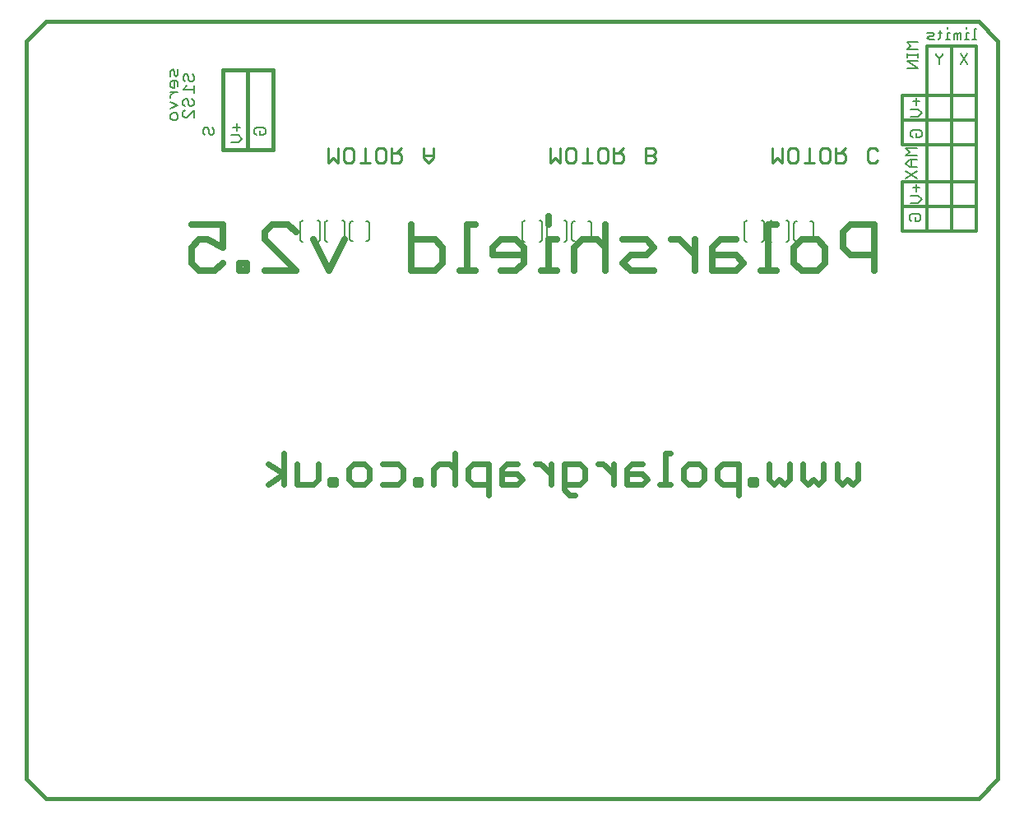
<source format=gbo>
G75*
%MOIN*%
%OFA0B0*%
%FSLAX25Y25*%
%IPPOS*%
%LPD*%
%AMOC8*
5,1,8,0,0,1.08239X$1,22.5*
%
%ADD10C,0.01600*%
%ADD11C,0.02600*%
%ADD12C,0.02300*%
%ADD13C,0.00600*%
%ADD14C,0.01000*%
%ADD15C,0.01200*%
%ADD16C,0.00800*%
D10*
X0016500Y0009674D02*
X0024374Y0001800D01*
X0402327Y0001800D01*
X0410201Y0009674D01*
X0410201Y0308887D01*
X0402327Y0316761D01*
X0024374Y0316761D01*
X0016500Y0308887D01*
X0016500Y0308800D02*
X0016500Y0009800D01*
X0096264Y0264717D02*
X0096264Y0297245D01*
X0106106Y0297245D01*
X0116555Y0297245D01*
X0116555Y0264717D01*
X0106106Y0264717D01*
X0096264Y0264717D01*
X0106106Y0264717D02*
X0106106Y0297245D01*
D11*
X0096052Y0234563D02*
X0083441Y0234563D01*
X0086594Y0228258D02*
X0083441Y0225105D01*
X0083441Y0218800D01*
X0086594Y0215647D01*
X0092899Y0215647D01*
X0096052Y0218800D01*
X0096052Y0225105D02*
X0089747Y0228258D01*
X0086594Y0228258D01*
X0096052Y0225105D02*
X0096052Y0234563D01*
X0102798Y0218800D02*
X0102798Y0215647D01*
X0105951Y0215647D01*
X0105951Y0218800D01*
X0102798Y0218800D01*
X0113137Y0215647D02*
X0125748Y0215647D01*
X0113137Y0228258D01*
X0113137Y0231411D01*
X0116289Y0234563D01*
X0122595Y0234563D01*
X0125748Y0231411D01*
X0132934Y0228258D02*
X0139239Y0215647D01*
X0145544Y0228258D01*
X0172528Y0228258D02*
X0181986Y0228258D01*
X0185138Y0225105D01*
X0185138Y0218800D01*
X0181986Y0215647D01*
X0172528Y0215647D01*
X0172528Y0234563D01*
X0195184Y0234563D02*
X0195184Y0215647D01*
X0198336Y0215647D02*
X0192031Y0215647D01*
X0205522Y0221953D02*
X0218133Y0221953D01*
X0218133Y0225105D02*
X0218133Y0218800D01*
X0214980Y0215647D01*
X0208675Y0215647D01*
X0205522Y0221953D02*
X0205522Y0225105D01*
X0208675Y0228258D01*
X0214980Y0228258D01*
X0218133Y0225105D01*
X0228178Y0228258D02*
X0228178Y0215647D01*
X0225026Y0215647D02*
X0231331Y0215647D01*
X0238517Y0215647D02*
X0238517Y0225105D01*
X0241670Y0228258D01*
X0247975Y0228258D01*
X0251128Y0225105D01*
X0258314Y0228258D02*
X0267772Y0228258D01*
X0270925Y0225105D01*
X0267772Y0221953D01*
X0261467Y0221953D01*
X0258314Y0218800D01*
X0261467Y0215647D01*
X0270925Y0215647D01*
X0277964Y0228258D02*
X0281117Y0228258D01*
X0287422Y0221953D01*
X0287422Y0228258D02*
X0287422Y0215647D01*
X0294608Y0215647D02*
X0304067Y0215647D01*
X0307219Y0218800D01*
X0304067Y0221953D01*
X0294608Y0221953D01*
X0294608Y0225105D02*
X0294608Y0215647D01*
X0294608Y0225105D02*
X0297761Y0228258D01*
X0304067Y0228258D01*
X0317265Y0234563D02*
X0317265Y0215647D01*
X0320417Y0215647D02*
X0314112Y0215647D01*
X0327603Y0218800D02*
X0327603Y0225105D01*
X0330756Y0228258D01*
X0337061Y0228258D01*
X0340214Y0225105D01*
X0340214Y0218800D01*
X0337061Y0215647D01*
X0330756Y0215647D01*
X0327603Y0218800D01*
X0320417Y0234563D02*
X0317265Y0234563D01*
X0347400Y0231411D02*
X0347400Y0225105D01*
X0350553Y0221953D01*
X0360011Y0221953D01*
X0360011Y0215647D02*
X0360011Y0234563D01*
X0350553Y0234563D01*
X0347400Y0231411D01*
X0251128Y0234563D02*
X0251128Y0215647D01*
X0231331Y0228258D02*
X0228178Y0228258D01*
X0228178Y0234563D02*
X0228178Y0237716D01*
X0198336Y0234563D02*
X0195184Y0234563D01*
D12*
X0190021Y0141803D02*
X0190021Y0129092D01*
X0195359Y0131210D02*
X0197477Y0129092D01*
X0203832Y0129092D01*
X0203832Y0124855D02*
X0203832Y0137566D01*
X0197477Y0137566D01*
X0195359Y0135447D01*
X0195359Y0131210D01*
X0190021Y0135447D02*
X0187902Y0137566D01*
X0183665Y0137566D01*
X0181547Y0135447D01*
X0181547Y0129092D01*
X0176209Y0129092D02*
X0176209Y0131210D01*
X0174090Y0131210D01*
X0174090Y0129092D01*
X0176209Y0129092D01*
X0169303Y0131210D02*
X0169303Y0135447D01*
X0167184Y0137566D01*
X0160829Y0137566D01*
X0155491Y0135447D02*
X0155491Y0131210D01*
X0153373Y0129092D01*
X0149136Y0129092D01*
X0147017Y0131210D01*
X0147017Y0135447D01*
X0149136Y0137566D01*
X0153373Y0137566D01*
X0155491Y0135447D01*
X0160829Y0129092D02*
X0167184Y0129092D01*
X0169303Y0131210D01*
X0141679Y0131210D02*
X0141679Y0129092D01*
X0139561Y0129092D01*
X0139561Y0131210D01*
X0141679Y0131210D01*
X0134773Y0131210D02*
X0132655Y0129092D01*
X0126300Y0129092D01*
X0126300Y0137566D01*
X0120962Y0141803D02*
X0120962Y0129092D01*
X0120962Y0133329D02*
X0114606Y0137566D01*
X0120962Y0133329D02*
X0114606Y0129092D01*
X0134773Y0131210D02*
X0134773Y0137566D01*
X0209170Y0135447D02*
X0209170Y0129092D01*
X0215526Y0129092D01*
X0217644Y0131210D01*
X0215526Y0133329D01*
X0209170Y0133329D01*
X0209170Y0135447D02*
X0211289Y0137566D01*
X0215526Y0137566D01*
X0222799Y0137566D02*
X0224917Y0137566D01*
X0229154Y0133329D01*
X0229154Y0129092D02*
X0229154Y0137566D01*
X0234492Y0137566D02*
X0240847Y0137566D01*
X0242966Y0135447D01*
X0242966Y0131210D01*
X0240847Y0129092D01*
X0234492Y0129092D01*
X0234492Y0126973D02*
X0234492Y0137566D01*
X0248120Y0137566D02*
X0250239Y0137566D01*
X0254476Y0133329D01*
X0254476Y0129092D02*
X0254476Y0137566D01*
X0259814Y0135447D02*
X0259814Y0129092D01*
X0266169Y0129092D01*
X0268287Y0131210D01*
X0266169Y0133329D01*
X0259814Y0133329D01*
X0259814Y0135447D02*
X0261932Y0137566D01*
X0266169Y0137566D01*
X0275377Y0141803D02*
X0275377Y0129092D01*
X0277495Y0129092D02*
X0273258Y0129092D01*
X0282833Y0131210D02*
X0282833Y0135447D01*
X0284952Y0137566D01*
X0289189Y0137566D01*
X0291307Y0135447D01*
X0291307Y0131210D01*
X0289189Y0129092D01*
X0284952Y0129092D01*
X0282833Y0131210D01*
X0277495Y0141803D02*
X0275377Y0141803D01*
X0296645Y0135447D02*
X0296645Y0131210D01*
X0298764Y0129092D01*
X0305119Y0129092D01*
X0305119Y0124855D02*
X0305119Y0137566D01*
X0298764Y0137566D01*
X0296645Y0135447D01*
X0309906Y0131210D02*
X0309906Y0129092D01*
X0312025Y0129092D01*
X0312025Y0131210D01*
X0309906Y0131210D01*
X0317363Y0131210D02*
X0317363Y0137566D01*
X0317363Y0131210D02*
X0319481Y0129092D01*
X0321600Y0131210D01*
X0323718Y0129092D01*
X0325837Y0131210D01*
X0325837Y0137566D01*
X0331175Y0137566D02*
X0331175Y0131210D01*
X0333293Y0129092D01*
X0335411Y0131210D01*
X0337530Y0129092D01*
X0339648Y0131210D01*
X0339648Y0137566D01*
X0344986Y0137566D02*
X0344986Y0131210D01*
X0347105Y0129092D01*
X0349223Y0131210D01*
X0351342Y0129092D01*
X0353460Y0131210D01*
X0353460Y0137566D01*
X0238729Y0124855D02*
X0236610Y0124855D01*
X0234492Y0126973D01*
D13*
X0374450Y0236574D02*
X0374450Y0238042D01*
X0375184Y0238776D01*
X0378120Y0238776D01*
X0378854Y0238042D01*
X0378854Y0236574D01*
X0378120Y0235840D01*
X0376652Y0235840D01*
X0376652Y0237308D01*
X0375184Y0235840D02*
X0374450Y0236574D01*
X0374950Y0243236D02*
X0377886Y0243236D01*
X0379354Y0244704D01*
X0377886Y0246172D01*
X0374950Y0246172D01*
X0377152Y0247840D02*
X0377152Y0250776D01*
X0375684Y0249308D02*
X0378620Y0249308D01*
X0377354Y0253132D02*
X0372950Y0256068D01*
X0374418Y0257736D02*
X0377354Y0257736D01*
X0377354Y0256068D02*
X0372950Y0253132D01*
X0374418Y0257736D02*
X0372950Y0259204D01*
X0374418Y0260672D01*
X0377354Y0260672D01*
X0377354Y0262340D02*
X0372950Y0262340D01*
X0374418Y0263808D01*
X0372950Y0265276D01*
X0377354Y0265276D01*
X0377152Y0269840D02*
X0377152Y0271308D01*
X0377152Y0269840D02*
X0378620Y0269840D01*
X0379354Y0270574D01*
X0379354Y0272042D01*
X0378620Y0272776D01*
X0375684Y0272776D01*
X0374950Y0272042D01*
X0374950Y0270574D01*
X0375684Y0269840D01*
X0374950Y0278236D02*
X0377886Y0278236D01*
X0379354Y0279704D01*
X0377886Y0281172D01*
X0374950Y0281172D01*
X0377152Y0282840D02*
X0377152Y0285776D01*
X0375684Y0284308D02*
X0378620Y0284308D01*
X0377854Y0297667D02*
X0373450Y0297667D01*
X0373450Y0300602D02*
X0377854Y0297667D01*
X0377854Y0300602D02*
X0373450Y0300602D01*
X0373450Y0302204D02*
X0373450Y0303672D01*
X0373450Y0302938D02*
X0377854Y0302938D01*
X0377854Y0303672D02*
X0377854Y0302204D01*
X0377854Y0305340D02*
X0373450Y0305340D01*
X0374918Y0306808D01*
X0373450Y0308276D01*
X0377854Y0308276D01*
X0381608Y0309988D02*
X0382341Y0310721D01*
X0383809Y0310721D01*
X0384543Y0311455D01*
X0383809Y0312189D01*
X0381608Y0312189D01*
X0381608Y0309988D02*
X0382341Y0309254D01*
X0384543Y0309254D01*
X0386145Y0309254D02*
X0386879Y0309988D01*
X0386879Y0312923D01*
X0387613Y0312189D02*
X0386145Y0312189D01*
X0389948Y0312189D02*
X0389948Y0309254D01*
X0390682Y0309254D02*
X0389214Y0309254D01*
X0389948Y0312189D02*
X0390682Y0312189D01*
X0389948Y0313657D02*
X0389948Y0314391D01*
X0392350Y0311455D02*
X0392350Y0309254D01*
X0393818Y0309254D02*
X0393818Y0311455D01*
X0393084Y0312189D01*
X0392350Y0311455D01*
X0393818Y0311455D02*
X0394552Y0312189D01*
X0395286Y0312189D01*
X0395286Y0309254D01*
X0396887Y0309254D02*
X0398355Y0309254D01*
X0397621Y0309254D02*
X0397621Y0312189D01*
X0398355Y0312189D01*
X0397621Y0313657D02*
X0397621Y0314391D01*
X0400690Y0313657D02*
X0400690Y0309254D01*
X0401424Y0309254D02*
X0399956Y0309254D01*
X0400690Y0313657D02*
X0401424Y0313657D01*
X0397976Y0303850D02*
X0395040Y0299446D01*
X0397976Y0299446D02*
X0395040Y0303850D01*
X0387976Y0303850D02*
X0387976Y0303116D01*
X0386508Y0301648D01*
X0386508Y0299446D01*
X0386508Y0301648D02*
X0385040Y0303116D01*
X0385040Y0303850D01*
X0375152Y0260672D02*
X0375152Y0257736D01*
X0113354Y0271574D02*
X0112620Y0270840D01*
X0111152Y0270840D01*
X0111152Y0272308D01*
X0112620Y0273776D02*
X0113354Y0273042D01*
X0113354Y0271574D01*
X0112620Y0273776D02*
X0109684Y0273776D01*
X0108950Y0273042D01*
X0108950Y0271574D01*
X0109684Y0270840D01*
X0103854Y0269204D02*
X0102386Y0267736D01*
X0099450Y0267736D01*
X0099450Y0270672D02*
X0102386Y0270672D01*
X0103854Y0269204D01*
X0101652Y0272340D02*
X0101652Y0275276D01*
X0100184Y0273808D02*
X0103120Y0273808D01*
X0092590Y0272908D02*
X0092590Y0271440D01*
X0091856Y0270706D01*
X0091122Y0270706D01*
X0090388Y0271440D01*
X0090388Y0272908D01*
X0089654Y0273642D01*
X0088920Y0273642D01*
X0088186Y0272908D01*
X0088186Y0271440D01*
X0088920Y0270706D01*
X0091856Y0273642D02*
X0092590Y0272908D01*
X0084354Y0277736D02*
X0084354Y0280672D01*
X0081418Y0277736D01*
X0080684Y0277736D01*
X0079950Y0278470D01*
X0079950Y0279938D01*
X0080684Y0280672D01*
X0080684Y0282340D02*
X0079950Y0283074D01*
X0079950Y0284542D01*
X0080684Y0285276D01*
X0081418Y0285276D01*
X0082152Y0284542D01*
X0082152Y0283074D01*
X0082886Y0282340D01*
X0083620Y0282340D01*
X0084354Y0283074D01*
X0084354Y0284542D01*
X0083620Y0285276D01*
X0084405Y0287736D02*
X0084405Y0290672D01*
X0084405Y0289204D02*
X0080001Y0289204D01*
X0081469Y0290672D01*
X0080735Y0292340D02*
X0080001Y0293074D01*
X0080001Y0294542D01*
X0080735Y0295276D01*
X0081469Y0295276D01*
X0082203Y0294542D01*
X0082203Y0293074D01*
X0082937Y0292340D01*
X0083671Y0292340D01*
X0084405Y0293074D01*
X0084405Y0294542D01*
X0083671Y0295276D01*
X0077854Y0295074D02*
X0077120Y0294340D01*
X0076386Y0295074D01*
X0076386Y0296542D01*
X0075652Y0297276D01*
X0074918Y0296542D01*
X0074918Y0294340D01*
X0075652Y0292672D02*
X0074918Y0291938D01*
X0074918Y0290470D01*
X0075652Y0289736D01*
X0076386Y0289736D01*
X0076386Y0292672D01*
X0077120Y0292672D02*
X0075652Y0292672D01*
X0077120Y0292672D02*
X0077854Y0291938D01*
X0077854Y0290470D01*
X0077854Y0288068D02*
X0074918Y0288068D01*
X0076386Y0288068D02*
X0074918Y0286600D01*
X0074918Y0285866D01*
X0074918Y0284231D02*
X0077854Y0282763D01*
X0074918Y0281295D01*
X0075652Y0279627D02*
X0074918Y0278893D01*
X0074918Y0277425D01*
X0075652Y0276691D01*
X0077120Y0276691D01*
X0077854Y0277425D01*
X0077854Y0278893D01*
X0077120Y0279627D01*
X0075652Y0279627D01*
X0077854Y0295074D02*
X0077854Y0297276D01*
D14*
X0138795Y0265528D02*
X0138795Y0259523D01*
X0140797Y0261525D01*
X0142799Y0259523D01*
X0142799Y0265528D01*
X0145241Y0264527D02*
X0146242Y0265528D01*
X0148243Y0265528D01*
X0149244Y0264527D01*
X0149244Y0260524D01*
X0148243Y0259523D01*
X0146242Y0259523D01*
X0145241Y0260524D01*
X0145241Y0264527D01*
X0151686Y0259523D02*
X0155690Y0259523D01*
X0153688Y0259523D02*
X0153688Y0265528D01*
X0158132Y0264527D02*
X0159133Y0265528D01*
X0161134Y0265528D01*
X0162135Y0264527D01*
X0162135Y0260524D01*
X0161134Y0259523D01*
X0159133Y0259523D01*
X0158132Y0260524D01*
X0158132Y0264527D01*
X0164577Y0263527D02*
X0167580Y0263527D01*
X0168581Y0262526D01*
X0168581Y0260524D01*
X0167580Y0259523D01*
X0164577Y0259523D01*
X0164577Y0265528D01*
X0166579Y0263527D02*
X0168581Y0265528D01*
X0177468Y0265528D02*
X0177468Y0261525D01*
X0179470Y0259523D01*
X0181472Y0261525D01*
X0181472Y0265528D01*
X0181472Y0262526D02*
X0177468Y0262526D01*
X0228795Y0265528D02*
X0228795Y0259523D01*
X0230797Y0261525D01*
X0232799Y0259523D01*
X0232799Y0265528D01*
X0235241Y0264527D02*
X0236242Y0265528D01*
X0238243Y0265528D01*
X0239244Y0264527D01*
X0239244Y0260524D01*
X0238243Y0259523D01*
X0236242Y0259523D01*
X0235241Y0260524D01*
X0235241Y0264527D01*
X0241686Y0259523D02*
X0245690Y0259523D01*
X0243688Y0259523D02*
X0243688Y0265528D01*
X0248132Y0264527D02*
X0249133Y0265528D01*
X0251134Y0265528D01*
X0252135Y0264527D01*
X0252135Y0260524D01*
X0251134Y0259523D01*
X0249133Y0259523D01*
X0248132Y0260524D01*
X0248132Y0264527D01*
X0254577Y0263527D02*
X0257580Y0263527D01*
X0258581Y0262526D01*
X0258581Y0260524D01*
X0257580Y0259523D01*
X0254577Y0259523D01*
X0254577Y0265528D01*
X0256579Y0263527D02*
X0258581Y0265528D01*
X0267468Y0265528D02*
X0267468Y0259523D01*
X0270471Y0259523D01*
X0271472Y0260524D01*
X0271472Y0261525D01*
X0270471Y0262526D01*
X0267468Y0262526D01*
X0267468Y0265528D02*
X0270471Y0265528D01*
X0271472Y0264527D01*
X0271472Y0263527D01*
X0270471Y0262526D01*
X0318795Y0265528D02*
X0318795Y0259523D01*
X0320797Y0261525D01*
X0322799Y0259523D01*
X0322799Y0265528D01*
X0325241Y0264527D02*
X0326242Y0265528D01*
X0328243Y0265528D01*
X0329244Y0264527D01*
X0329244Y0260524D01*
X0328243Y0259523D01*
X0326242Y0259523D01*
X0325241Y0260524D01*
X0325241Y0264527D01*
X0331686Y0259523D02*
X0335690Y0259523D01*
X0333688Y0259523D02*
X0333688Y0265528D01*
X0338132Y0264527D02*
X0339133Y0265528D01*
X0341134Y0265528D01*
X0342135Y0264527D01*
X0342135Y0260524D01*
X0341134Y0259523D01*
X0339133Y0259523D01*
X0338132Y0260524D01*
X0338132Y0264527D01*
X0344577Y0263527D02*
X0347580Y0263527D01*
X0348581Y0262526D01*
X0348581Y0260524D01*
X0347580Y0259523D01*
X0344577Y0259523D01*
X0344577Y0265528D01*
X0346579Y0263527D02*
X0348581Y0265528D01*
X0357468Y0264527D02*
X0357468Y0260524D01*
X0358469Y0259523D01*
X0360471Y0259523D01*
X0361472Y0260524D01*
X0361472Y0264527D02*
X0360471Y0265528D01*
X0358469Y0265528D01*
X0357468Y0264527D01*
D15*
X0371500Y0266800D02*
X0371500Y0276800D01*
X0371500Y0286800D01*
X0401500Y0286800D01*
X0401500Y0276800D01*
X0401500Y0266800D01*
X0371500Y0266800D01*
X0371500Y0276800D02*
X0401500Y0276800D01*
X0401500Y0251800D02*
X0371500Y0251800D01*
X0371500Y0241800D01*
X0371500Y0231800D01*
X0381500Y0231800D01*
X0381500Y0306800D01*
X0391500Y0306800D01*
X0401500Y0306800D01*
X0401500Y0251800D01*
X0401500Y0241800D01*
X0371500Y0241800D01*
X0381500Y0231800D02*
X0391500Y0231800D01*
X0401500Y0231800D01*
X0401500Y0241800D01*
X0391500Y0231800D02*
X0391500Y0306800D01*
D16*
X0335437Y0234950D02*
X0335437Y0228650D01*
X0335438Y0228650D02*
X0335424Y0228591D01*
X0335407Y0228533D01*
X0335386Y0228476D01*
X0335362Y0228420D01*
X0335334Y0228366D01*
X0335304Y0228314D01*
X0335270Y0228263D01*
X0335233Y0228215D01*
X0335194Y0228169D01*
X0335151Y0228126D01*
X0335107Y0228085D01*
X0335059Y0228047D01*
X0335010Y0228012D01*
X0334958Y0227980D01*
X0334905Y0227951D01*
X0334850Y0227925D01*
X0334794Y0227903D01*
X0334736Y0227884D01*
X0334677Y0227868D01*
X0334618Y0227857D01*
X0334558Y0227848D01*
X0334497Y0227844D01*
X0334437Y0227843D01*
X0334376Y0227846D01*
X0334316Y0227852D01*
X0334256Y0227862D01*
X0328744Y0227862D02*
X0328682Y0227852D01*
X0328619Y0227846D01*
X0328556Y0227843D01*
X0328493Y0227844D01*
X0328430Y0227850D01*
X0328368Y0227859D01*
X0328306Y0227872D01*
X0328245Y0227889D01*
X0328186Y0227910D01*
X0328128Y0227935D01*
X0328071Y0227963D01*
X0328017Y0227995D01*
X0327964Y0228030D01*
X0327914Y0228068D01*
X0327866Y0228109D01*
X0327821Y0228153D01*
X0327779Y0228200D01*
X0327740Y0228250D01*
X0327704Y0228302D01*
X0327672Y0228356D01*
X0327642Y0228411D01*
X0327617Y0228469D01*
X0327595Y0228528D01*
X0327577Y0228589D01*
X0327562Y0228650D01*
X0327563Y0228650D02*
X0327563Y0234950D01*
X0327562Y0234950D02*
X0327577Y0235011D01*
X0327595Y0235072D01*
X0327617Y0235131D01*
X0327642Y0235189D01*
X0327672Y0235244D01*
X0327704Y0235298D01*
X0327740Y0235350D01*
X0327779Y0235400D01*
X0327821Y0235447D01*
X0327866Y0235491D01*
X0327914Y0235532D01*
X0327964Y0235570D01*
X0328017Y0235605D01*
X0328071Y0235637D01*
X0328128Y0235665D01*
X0328186Y0235690D01*
X0328245Y0235711D01*
X0328306Y0235728D01*
X0328368Y0235741D01*
X0328430Y0235750D01*
X0328493Y0235756D01*
X0328556Y0235757D01*
X0328619Y0235754D01*
X0328682Y0235748D01*
X0328744Y0235738D01*
X0325500Y0235050D02*
X0325500Y0228550D01*
X0325498Y0228490D01*
X0325493Y0228429D01*
X0325484Y0228370D01*
X0325471Y0228311D01*
X0325455Y0228252D01*
X0325435Y0228195D01*
X0325412Y0228140D01*
X0325385Y0228085D01*
X0325356Y0228033D01*
X0325323Y0227982D01*
X0325287Y0227933D01*
X0325249Y0227887D01*
X0325207Y0227843D01*
X0325163Y0227801D01*
X0325117Y0227763D01*
X0325068Y0227727D01*
X0325017Y0227694D01*
X0324965Y0227665D01*
X0324910Y0227638D01*
X0324855Y0227615D01*
X0324798Y0227595D01*
X0324739Y0227579D01*
X0324680Y0227566D01*
X0324621Y0227557D01*
X0324560Y0227552D01*
X0324500Y0227550D01*
X0318500Y0227550D02*
X0318440Y0227552D01*
X0318379Y0227557D01*
X0318320Y0227566D01*
X0318261Y0227579D01*
X0318202Y0227595D01*
X0318145Y0227615D01*
X0318090Y0227638D01*
X0318035Y0227665D01*
X0317983Y0227694D01*
X0317932Y0227727D01*
X0317883Y0227763D01*
X0317837Y0227801D01*
X0317793Y0227843D01*
X0317751Y0227887D01*
X0317713Y0227933D01*
X0317677Y0227982D01*
X0317644Y0228033D01*
X0317615Y0228085D01*
X0317588Y0228140D01*
X0317565Y0228195D01*
X0317545Y0228252D01*
X0317529Y0228311D01*
X0317516Y0228370D01*
X0317507Y0228429D01*
X0317502Y0228490D01*
X0317500Y0228550D01*
X0317500Y0235050D01*
X0317502Y0235110D01*
X0317507Y0235171D01*
X0317516Y0235230D01*
X0317529Y0235289D01*
X0317545Y0235348D01*
X0317565Y0235405D01*
X0317588Y0235460D01*
X0317615Y0235515D01*
X0317644Y0235567D01*
X0317677Y0235618D01*
X0317713Y0235667D01*
X0317751Y0235713D01*
X0317793Y0235757D01*
X0317837Y0235799D01*
X0317883Y0235837D01*
X0317932Y0235873D01*
X0317983Y0235906D01*
X0318035Y0235935D01*
X0318090Y0235962D01*
X0318145Y0235985D01*
X0318202Y0236005D01*
X0318261Y0236021D01*
X0318320Y0236034D01*
X0318379Y0236043D01*
X0318440Y0236048D01*
X0318500Y0236050D01*
X0315500Y0235050D02*
X0315500Y0228550D01*
X0315498Y0228490D01*
X0315493Y0228429D01*
X0315484Y0228370D01*
X0315471Y0228311D01*
X0315455Y0228252D01*
X0315435Y0228195D01*
X0315412Y0228140D01*
X0315385Y0228085D01*
X0315356Y0228033D01*
X0315323Y0227982D01*
X0315287Y0227933D01*
X0315249Y0227887D01*
X0315207Y0227843D01*
X0315163Y0227801D01*
X0315117Y0227763D01*
X0315068Y0227727D01*
X0315017Y0227694D01*
X0314965Y0227665D01*
X0314910Y0227638D01*
X0314855Y0227615D01*
X0314798Y0227595D01*
X0314739Y0227579D01*
X0314680Y0227566D01*
X0314621Y0227557D01*
X0314560Y0227552D01*
X0314500Y0227550D01*
X0308500Y0227550D02*
X0308440Y0227552D01*
X0308379Y0227557D01*
X0308320Y0227566D01*
X0308261Y0227579D01*
X0308202Y0227595D01*
X0308145Y0227615D01*
X0308090Y0227638D01*
X0308035Y0227665D01*
X0307983Y0227694D01*
X0307932Y0227727D01*
X0307883Y0227763D01*
X0307837Y0227801D01*
X0307793Y0227843D01*
X0307751Y0227887D01*
X0307713Y0227933D01*
X0307677Y0227982D01*
X0307644Y0228033D01*
X0307615Y0228085D01*
X0307588Y0228140D01*
X0307565Y0228195D01*
X0307545Y0228252D01*
X0307529Y0228311D01*
X0307516Y0228370D01*
X0307507Y0228429D01*
X0307502Y0228490D01*
X0307500Y0228550D01*
X0307500Y0235050D01*
X0307502Y0235110D01*
X0307507Y0235171D01*
X0307516Y0235230D01*
X0307529Y0235289D01*
X0307545Y0235348D01*
X0307565Y0235405D01*
X0307588Y0235460D01*
X0307615Y0235515D01*
X0307644Y0235567D01*
X0307677Y0235618D01*
X0307713Y0235667D01*
X0307751Y0235713D01*
X0307793Y0235757D01*
X0307837Y0235799D01*
X0307883Y0235837D01*
X0307932Y0235873D01*
X0307983Y0235906D01*
X0308035Y0235935D01*
X0308090Y0235962D01*
X0308145Y0235985D01*
X0308202Y0236005D01*
X0308261Y0236021D01*
X0308320Y0236034D01*
X0308379Y0236043D01*
X0308440Y0236048D01*
X0308500Y0236050D01*
X0314500Y0236050D02*
X0314560Y0236048D01*
X0314621Y0236043D01*
X0314680Y0236034D01*
X0314739Y0236021D01*
X0314798Y0236005D01*
X0314855Y0235985D01*
X0314910Y0235962D01*
X0314965Y0235935D01*
X0315017Y0235906D01*
X0315068Y0235873D01*
X0315117Y0235837D01*
X0315163Y0235799D01*
X0315207Y0235757D01*
X0315249Y0235713D01*
X0315287Y0235667D01*
X0315323Y0235618D01*
X0315356Y0235567D01*
X0315385Y0235515D01*
X0315412Y0235460D01*
X0315435Y0235405D01*
X0315455Y0235348D01*
X0315471Y0235289D01*
X0315484Y0235230D01*
X0315493Y0235171D01*
X0315498Y0235110D01*
X0315500Y0235050D01*
X0324500Y0236050D02*
X0324560Y0236048D01*
X0324621Y0236043D01*
X0324680Y0236034D01*
X0324739Y0236021D01*
X0324798Y0236005D01*
X0324855Y0235985D01*
X0324910Y0235962D01*
X0324965Y0235935D01*
X0325017Y0235906D01*
X0325068Y0235873D01*
X0325117Y0235837D01*
X0325163Y0235799D01*
X0325207Y0235757D01*
X0325249Y0235713D01*
X0325287Y0235667D01*
X0325323Y0235618D01*
X0325356Y0235567D01*
X0325385Y0235515D01*
X0325412Y0235460D01*
X0325435Y0235405D01*
X0325455Y0235348D01*
X0325471Y0235289D01*
X0325484Y0235230D01*
X0325493Y0235171D01*
X0325498Y0235110D01*
X0325500Y0235050D01*
X0334256Y0235738D02*
X0334316Y0235748D01*
X0334376Y0235754D01*
X0334437Y0235757D01*
X0334497Y0235756D01*
X0334558Y0235752D01*
X0334618Y0235743D01*
X0334677Y0235732D01*
X0334736Y0235716D01*
X0334794Y0235697D01*
X0334850Y0235675D01*
X0334905Y0235649D01*
X0334958Y0235620D01*
X0335010Y0235588D01*
X0335059Y0235553D01*
X0335107Y0235515D01*
X0335151Y0235474D01*
X0335194Y0235431D01*
X0335233Y0235385D01*
X0335270Y0235337D01*
X0335304Y0235286D01*
X0335334Y0235234D01*
X0335362Y0235180D01*
X0335386Y0235124D01*
X0335407Y0235067D01*
X0335424Y0235009D01*
X0335438Y0234950D01*
X0245437Y0234950D02*
X0245437Y0228650D01*
X0245438Y0228650D02*
X0245424Y0228591D01*
X0245407Y0228533D01*
X0245386Y0228476D01*
X0245362Y0228420D01*
X0245334Y0228366D01*
X0245304Y0228314D01*
X0245270Y0228263D01*
X0245233Y0228215D01*
X0245194Y0228169D01*
X0245151Y0228126D01*
X0245107Y0228085D01*
X0245059Y0228047D01*
X0245010Y0228012D01*
X0244958Y0227980D01*
X0244905Y0227951D01*
X0244850Y0227925D01*
X0244794Y0227903D01*
X0244736Y0227884D01*
X0244677Y0227868D01*
X0244618Y0227857D01*
X0244558Y0227848D01*
X0244497Y0227844D01*
X0244437Y0227843D01*
X0244376Y0227846D01*
X0244316Y0227852D01*
X0244256Y0227862D01*
X0238744Y0227862D02*
X0238682Y0227852D01*
X0238619Y0227846D01*
X0238556Y0227843D01*
X0238493Y0227844D01*
X0238430Y0227850D01*
X0238368Y0227859D01*
X0238306Y0227872D01*
X0238245Y0227889D01*
X0238186Y0227910D01*
X0238128Y0227935D01*
X0238071Y0227963D01*
X0238017Y0227995D01*
X0237964Y0228030D01*
X0237914Y0228068D01*
X0237866Y0228109D01*
X0237821Y0228153D01*
X0237779Y0228200D01*
X0237740Y0228250D01*
X0237704Y0228302D01*
X0237672Y0228356D01*
X0237642Y0228411D01*
X0237617Y0228469D01*
X0237595Y0228528D01*
X0237577Y0228589D01*
X0237562Y0228650D01*
X0237563Y0228650D02*
X0237563Y0234950D01*
X0237562Y0234950D02*
X0237577Y0235011D01*
X0237595Y0235072D01*
X0237617Y0235131D01*
X0237642Y0235189D01*
X0237672Y0235244D01*
X0237704Y0235298D01*
X0237740Y0235350D01*
X0237779Y0235400D01*
X0237821Y0235447D01*
X0237866Y0235491D01*
X0237914Y0235532D01*
X0237964Y0235570D01*
X0238017Y0235605D01*
X0238071Y0235637D01*
X0238128Y0235665D01*
X0238186Y0235690D01*
X0238245Y0235711D01*
X0238306Y0235728D01*
X0238368Y0235741D01*
X0238430Y0235750D01*
X0238493Y0235756D01*
X0238556Y0235757D01*
X0238619Y0235754D01*
X0238682Y0235748D01*
X0238744Y0235738D01*
X0235500Y0235050D02*
X0235500Y0228550D01*
X0235498Y0228490D01*
X0235493Y0228429D01*
X0235484Y0228370D01*
X0235471Y0228311D01*
X0235455Y0228252D01*
X0235435Y0228195D01*
X0235412Y0228140D01*
X0235385Y0228085D01*
X0235356Y0228033D01*
X0235323Y0227982D01*
X0235287Y0227933D01*
X0235249Y0227887D01*
X0235207Y0227843D01*
X0235163Y0227801D01*
X0235117Y0227763D01*
X0235068Y0227727D01*
X0235017Y0227694D01*
X0234965Y0227665D01*
X0234910Y0227638D01*
X0234855Y0227615D01*
X0234798Y0227595D01*
X0234739Y0227579D01*
X0234680Y0227566D01*
X0234621Y0227557D01*
X0234560Y0227552D01*
X0234500Y0227550D01*
X0228500Y0227550D02*
X0228440Y0227552D01*
X0228379Y0227557D01*
X0228320Y0227566D01*
X0228261Y0227579D01*
X0228202Y0227595D01*
X0228145Y0227615D01*
X0228090Y0227638D01*
X0228035Y0227665D01*
X0227983Y0227694D01*
X0227932Y0227727D01*
X0227883Y0227763D01*
X0227837Y0227801D01*
X0227793Y0227843D01*
X0227751Y0227887D01*
X0227713Y0227933D01*
X0227677Y0227982D01*
X0227644Y0228033D01*
X0227615Y0228085D01*
X0227588Y0228140D01*
X0227565Y0228195D01*
X0227545Y0228252D01*
X0227529Y0228311D01*
X0227516Y0228370D01*
X0227507Y0228429D01*
X0227502Y0228490D01*
X0227500Y0228550D01*
X0227500Y0235050D01*
X0227502Y0235110D01*
X0227507Y0235171D01*
X0227516Y0235230D01*
X0227529Y0235289D01*
X0227545Y0235348D01*
X0227565Y0235405D01*
X0227588Y0235460D01*
X0227615Y0235515D01*
X0227644Y0235567D01*
X0227677Y0235618D01*
X0227713Y0235667D01*
X0227751Y0235713D01*
X0227793Y0235757D01*
X0227837Y0235799D01*
X0227883Y0235837D01*
X0227932Y0235873D01*
X0227983Y0235906D01*
X0228035Y0235935D01*
X0228090Y0235962D01*
X0228145Y0235985D01*
X0228202Y0236005D01*
X0228261Y0236021D01*
X0228320Y0236034D01*
X0228379Y0236043D01*
X0228440Y0236048D01*
X0228500Y0236050D01*
X0225500Y0235050D02*
X0225500Y0228550D01*
X0225498Y0228490D01*
X0225493Y0228429D01*
X0225484Y0228370D01*
X0225471Y0228311D01*
X0225455Y0228252D01*
X0225435Y0228195D01*
X0225412Y0228140D01*
X0225385Y0228085D01*
X0225356Y0228033D01*
X0225323Y0227982D01*
X0225287Y0227933D01*
X0225249Y0227887D01*
X0225207Y0227843D01*
X0225163Y0227801D01*
X0225117Y0227763D01*
X0225068Y0227727D01*
X0225017Y0227694D01*
X0224965Y0227665D01*
X0224910Y0227638D01*
X0224855Y0227615D01*
X0224798Y0227595D01*
X0224739Y0227579D01*
X0224680Y0227566D01*
X0224621Y0227557D01*
X0224560Y0227552D01*
X0224500Y0227550D01*
X0218500Y0227550D02*
X0218440Y0227552D01*
X0218379Y0227557D01*
X0218320Y0227566D01*
X0218261Y0227579D01*
X0218202Y0227595D01*
X0218145Y0227615D01*
X0218090Y0227638D01*
X0218035Y0227665D01*
X0217983Y0227694D01*
X0217932Y0227727D01*
X0217883Y0227763D01*
X0217837Y0227801D01*
X0217793Y0227843D01*
X0217751Y0227887D01*
X0217713Y0227933D01*
X0217677Y0227982D01*
X0217644Y0228033D01*
X0217615Y0228085D01*
X0217588Y0228140D01*
X0217565Y0228195D01*
X0217545Y0228252D01*
X0217529Y0228311D01*
X0217516Y0228370D01*
X0217507Y0228429D01*
X0217502Y0228490D01*
X0217500Y0228550D01*
X0217500Y0235050D01*
X0217502Y0235110D01*
X0217507Y0235171D01*
X0217516Y0235230D01*
X0217529Y0235289D01*
X0217545Y0235348D01*
X0217565Y0235405D01*
X0217588Y0235460D01*
X0217615Y0235515D01*
X0217644Y0235567D01*
X0217677Y0235618D01*
X0217713Y0235667D01*
X0217751Y0235713D01*
X0217793Y0235757D01*
X0217837Y0235799D01*
X0217883Y0235837D01*
X0217932Y0235873D01*
X0217983Y0235906D01*
X0218035Y0235935D01*
X0218090Y0235962D01*
X0218145Y0235985D01*
X0218202Y0236005D01*
X0218261Y0236021D01*
X0218320Y0236034D01*
X0218379Y0236043D01*
X0218440Y0236048D01*
X0218500Y0236050D01*
X0224500Y0236050D02*
X0224560Y0236048D01*
X0224621Y0236043D01*
X0224680Y0236034D01*
X0224739Y0236021D01*
X0224798Y0236005D01*
X0224855Y0235985D01*
X0224910Y0235962D01*
X0224965Y0235935D01*
X0225017Y0235906D01*
X0225068Y0235873D01*
X0225117Y0235837D01*
X0225163Y0235799D01*
X0225207Y0235757D01*
X0225249Y0235713D01*
X0225287Y0235667D01*
X0225323Y0235618D01*
X0225356Y0235567D01*
X0225385Y0235515D01*
X0225412Y0235460D01*
X0225435Y0235405D01*
X0225455Y0235348D01*
X0225471Y0235289D01*
X0225484Y0235230D01*
X0225493Y0235171D01*
X0225498Y0235110D01*
X0225500Y0235050D01*
X0234500Y0236050D02*
X0234560Y0236048D01*
X0234621Y0236043D01*
X0234680Y0236034D01*
X0234739Y0236021D01*
X0234798Y0236005D01*
X0234855Y0235985D01*
X0234910Y0235962D01*
X0234965Y0235935D01*
X0235017Y0235906D01*
X0235068Y0235873D01*
X0235117Y0235837D01*
X0235163Y0235799D01*
X0235207Y0235757D01*
X0235249Y0235713D01*
X0235287Y0235667D01*
X0235323Y0235618D01*
X0235356Y0235567D01*
X0235385Y0235515D01*
X0235412Y0235460D01*
X0235435Y0235405D01*
X0235455Y0235348D01*
X0235471Y0235289D01*
X0235484Y0235230D01*
X0235493Y0235171D01*
X0235498Y0235110D01*
X0235500Y0235050D01*
X0244256Y0235738D02*
X0244316Y0235748D01*
X0244376Y0235754D01*
X0244437Y0235757D01*
X0244497Y0235756D01*
X0244558Y0235752D01*
X0244618Y0235743D01*
X0244677Y0235732D01*
X0244736Y0235716D01*
X0244794Y0235697D01*
X0244850Y0235675D01*
X0244905Y0235649D01*
X0244958Y0235620D01*
X0245010Y0235588D01*
X0245059Y0235553D01*
X0245107Y0235515D01*
X0245151Y0235474D01*
X0245194Y0235431D01*
X0245233Y0235385D01*
X0245270Y0235337D01*
X0245304Y0235286D01*
X0245334Y0235234D01*
X0245362Y0235180D01*
X0245386Y0235124D01*
X0245407Y0235067D01*
X0245424Y0235009D01*
X0245438Y0234950D01*
X0155437Y0234950D02*
X0155437Y0228650D01*
X0155438Y0228650D02*
X0155424Y0228591D01*
X0155407Y0228533D01*
X0155386Y0228476D01*
X0155362Y0228420D01*
X0155334Y0228366D01*
X0155304Y0228314D01*
X0155270Y0228263D01*
X0155233Y0228215D01*
X0155194Y0228169D01*
X0155151Y0228126D01*
X0155107Y0228085D01*
X0155059Y0228047D01*
X0155010Y0228012D01*
X0154958Y0227980D01*
X0154905Y0227951D01*
X0154850Y0227925D01*
X0154794Y0227903D01*
X0154736Y0227884D01*
X0154677Y0227868D01*
X0154618Y0227857D01*
X0154558Y0227848D01*
X0154497Y0227844D01*
X0154437Y0227843D01*
X0154376Y0227846D01*
X0154316Y0227852D01*
X0154256Y0227862D01*
X0148744Y0227862D02*
X0148682Y0227852D01*
X0148619Y0227846D01*
X0148556Y0227843D01*
X0148493Y0227844D01*
X0148430Y0227850D01*
X0148368Y0227859D01*
X0148306Y0227872D01*
X0148245Y0227889D01*
X0148186Y0227910D01*
X0148128Y0227935D01*
X0148071Y0227963D01*
X0148017Y0227995D01*
X0147964Y0228030D01*
X0147914Y0228068D01*
X0147866Y0228109D01*
X0147821Y0228153D01*
X0147779Y0228200D01*
X0147740Y0228250D01*
X0147704Y0228302D01*
X0147672Y0228356D01*
X0147642Y0228411D01*
X0147617Y0228469D01*
X0147595Y0228528D01*
X0147577Y0228589D01*
X0147562Y0228650D01*
X0147563Y0228650D02*
X0147563Y0234950D01*
X0147562Y0234950D02*
X0147577Y0235011D01*
X0147595Y0235072D01*
X0147617Y0235131D01*
X0147642Y0235189D01*
X0147672Y0235244D01*
X0147704Y0235298D01*
X0147740Y0235350D01*
X0147779Y0235400D01*
X0147821Y0235447D01*
X0147866Y0235491D01*
X0147914Y0235532D01*
X0147964Y0235570D01*
X0148017Y0235605D01*
X0148071Y0235637D01*
X0148128Y0235665D01*
X0148186Y0235690D01*
X0148245Y0235711D01*
X0148306Y0235728D01*
X0148368Y0235741D01*
X0148430Y0235750D01*
X0148493Y0235756D01*
X0148556Y0235757D01*
X0148619Y0235754D01*
X0148682Y0235748D01*
X0148744Y0235738D01*
X0145500Y0235050D02*
X0145500Y0228550D01*
X0145498Y0228490D01*
X0145493Y0228429D01*
X0145484Y0228370D01*
X0145471Y0228311D01*
X0145455Y0228252D01*
X0145435Y0228195D01*
X0145412Y0228140D01*
X0145385Y0228085D01*
X0145356Y0228033D01*
X0145323Y0227982D01*
X0145287Y0227933D01*
X0145249Y0227887D01*
X0145207Y0227843D01*
X0145163Y0227801D01*
X0145117Y0227763D01*
X0145068Y0227727D01*
X0145017Y0227694D01*
X0144965Y0227665D01*
X0144910Y0227638D01*
X0144855Y0227615D01*
X0144798Y0227595D01*
X0144739Y0227579D01*
X0144680Y0227566D01*
X0144621Y0227557D01*
X0144560Y0227552D01*
X0144500Y0227550D01*
X0138500Y0227550D02*
X0138440Y0227552D01*
X0138379Y0227557D01*
X0138320Y0227566D01*
X0138261Y0227579D01*
X0138202Y0227595D01*
X0138145Y0227615D01*
X0138090Y0227638D01*
X0138035Y0227665D01*
X0137983Y0227694D01*
X0137932Y0227727D01*
X0137883Y0227763D01*
X0137837Y0227801D01*
X0137793Y0227843D01*
X0137751Y0227887D01*
X0137713Y0227933D01*
X0137677Y0227982D01*
X0137644Y0228033D01*
X0137615Y0228085D01*
X0137588Y0228140D01*
X0137565Y0228195D01*
X0137545Y0228252D01*
X0137529Y0228311D01*
X0137516Y0228370D01*
X0137507Y0228429D01*
X0137502Y0228490D01*
X0137500Y0228550D01*
X0137500Y0235050D01*
X0137502Y0235110D01*
X0137507Y0235171D01*
X0137516Y0235230D01*
X0137529Y0235289D01*
X0137545Y0235348D01*
X0137565Y0235405D01*
X0137588Y0235460D01*
X0137615Y0235515D01*
X0137644Y0235567D01*
X0137677Y0235618D01*
X0137713Y0235667D01*
X0137751Y0235713D01*
X0137793Y0235757D01*
X0137837Y0235799D01*
X0137883Y0235837D01*
X0137932Y0235873D01*
X0137983Y0235906D01*
X0138035Y0235935D01*
X0138090Y0235962D01*
X0138145Y0235985D01*
X0138202Y0236005D01*
X0138261Y0236021D01*
X0138320Y0236034D01*
X0138379Y0236043D01*
X0138440Y0236048D01*
X0138500Y0236050D01*
X0135500Y0235050D02*
X0135500Y0228550D01*
X0135498Y0228490D01*
X0135493Y0228429D01*
X0135484Y0228370D01*
X0135471Y0228311D01*
X0135455Y0228252D01*
X0135435Y0228195D01*
X0135412Y0228140D01*
X0135385Y0228085D01*
X0135356Y0228033D01*
X0135323Y0227982D01*
X0135287Y0227933D01*
X0135249Y0227887D01*
X0135207Y0227843D01*
X0135163Y0227801D01*
X0135117Y0227763D01*
X0135068Y0227727D01*
X0135017Y0227694D01*
X0134965Y0227665D01*
X0134910Y0227638D01*
X0134855Y0227615D01*
X0134798Y0227595D01*
X0134739Y0227579D01*
X0134680Y0227566D01*
X0134621Y0227557D01*
X0134560Y0227552D01*
X0134500Y0227550D01*
X0128500Y0227550D02*
X0128440Y0227552D01*
X0128379Y0227557D01*
X0128320Y0227566D01*
X0128261Y0227579D01*
X0128202Y0227595D01*
X0128145Y0227615D01*
X0128090Y0227638D01*
X0128035Y0227665D01*
X0127983Y0227694D01*
X0127932Y0227727D01*
X0127883Y0227763D01*
X0127837Y0227801D01*
X0127793Y0227843D01*
X0127751Y0227887D01*
X0127713Y0227933D01*
X0127677Y0227982D01*
X0127644Y0228033D01*
X0127615Y0228085D01*
X0127588Y0228140D01*
X0127565Y0228195D01*
X0127545Y0228252D01*
X0127529Y0228311D01*
X0127516Y0228370D01*
X0127507Y0228429D01*
X0127502Y0228490D01*
X0127500Y0228550D01*
X0127500Y0235050D01*
X0127502Y0235110D01*
X0127507Y0235171D01*
X0127516Y0235230D01*
X0127529Y0235289D01*
X0127545Y0235348D01*
X0127565Y0235405D01*
X0127588Y0235460D01*
X0127615Y0235515D01*
X0127644Y0235567D01*
X0127677Y0235618D01*
X0127713Y0235667D01*
X0127751Y0235713D01*
X0127793Y0235757D01*
X0127837Y0235799D01*
X0127883Y0235837D01*
X0127932Y0235873D01*
X0127983Y0235906D01*
X0128035Y0235935D01*
X0128090Y0235962D01*
X0128145Y0235985D01*
X0128202Y0236005D01*
X0128261Y0236021D01*
X0128320Y0236034D01*
X0128379Y0236043D01*
X0128440Y0236048D01*
X0128500Y0236050D01*
X0134500Y0236050D02*
X0134560Y0236048D01*
X0134621Y0236043D01*
X0134680Y0236034D01*
X0134739Y0236021D01*
X0134798Y0236005D01*
X0134855Y0235985D01*
X0134910Y0235962D01*
X0134965Y0235935D01*
X0135017Y0235906D01*
X0135068Y0235873D01*
X0135117Y0235837D01*
X0135163Y0235799D01*
X0135207Y0235757D01*
X0135249Y0235713D01*
X0135287Y0235667D01*
X0135323Y0235618D01*
X0135356Y0235567D01*
X0135385Y0235515D01*
X0135412Y0235460D01*
X0135435Y0235405D01*
X0135455Y0235348D01*
X0135471Y0235289D01*
X0135484Y0235230D01*
X0135493Y0235171D01*
X0135498Y0235110D01*
X0135500Y0235050D01*
X0144500Y0236050D02*
X0144560Y0236048D01*
X0144621Y0236043D01*
X0144680Y0236034D01*
X0144739Y0236021D01*
X0144798Y0236005D01*
X0144855Y0235985D01*
X0144910Y0235962D01*
X0144965Y0235935D01*
X0145017Y0235906D01*
X0145068Y0235873D01*
X0145117Y0235837D01*
X0145163Y0235799D01*
X0145207Y0235757D01*
X0145249Y0235713D01*
X0145287Y0235667D01*
X0145323Y0235618D01*
X0145356Y0235567D01*
X0145385Y0235515D01*
X0145412Y0235460D01*
X0145435Y0235405D01*
X0145455Y0235348D01*
X0145471Y0235289D01*
X0145484Y0235230D01*
X0145493Y0235171D01*
X0145498Y0235110D01*
X0145500Y0235050D01*
X0154256Y0235738D02*
X0154316Y0235748D01*
X0154376Y0235754D01*
X0154437Y0235757D01*
X0154497Y0235756D01*
X0154558Y0235752D01*
X0154618Y0235743D01*
X0154677Y0235732D01*
X0154736Y0235716D01*
X0154794Y0235697D01*
X0154850Y0235675D01*
X0154905Y0235649D01*
X0154958Y0235620D01*
X0155010Y0235588D01*
X0155059Y0235553D01*
X0155107Y0235515D01*
X0155151Y0235474D01*
X0155194Y0235431D01*
X0155233Y0235385D01*
X0155270Y0235337D01*
X0155304Y0235286D01*
X0155334Y0235234D01*
X0155362Y0235180D01*
X0155386Y0235124D01*
X0155407Y0235067D01*
X0155424Y0235009D01*
X0155438Y0234950D01*
M02*

</source>
